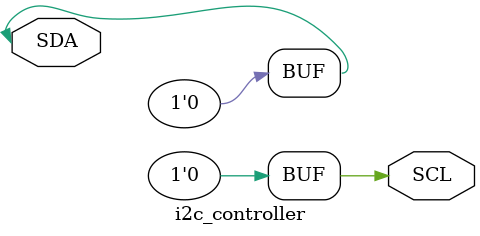
<source format=v>

module i2c_controller (
    inout       SDA,
    output      SCL
);

    assign SDA = 0;
    assign SCL = 0;

endmodule

</source>
